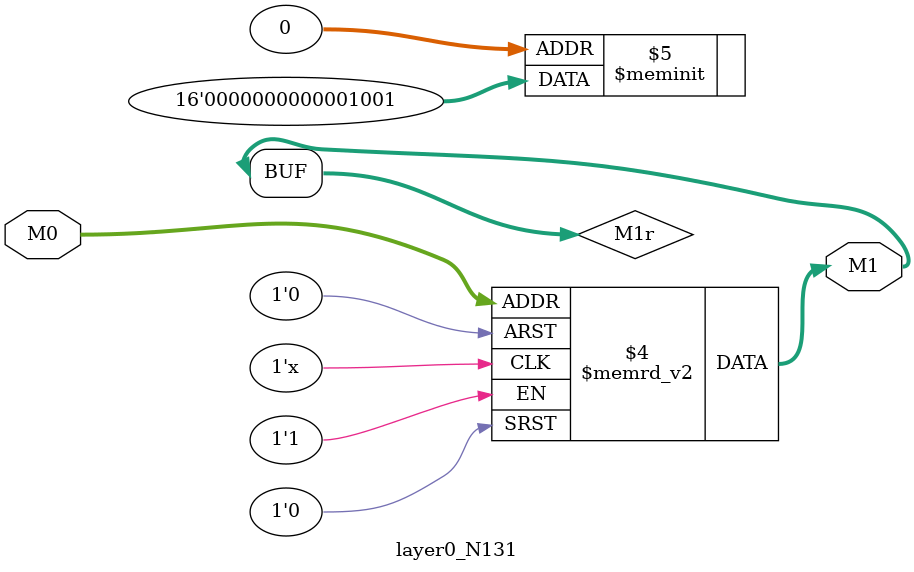
<source format=v>
module layer0_N131 ( input [2:0] M0, output [1:0] M1 );

	(*rom_style = "distributed" *) reg [1:0] M1r;
	assign M1 = M1r;
	always @ (M0) begin
		case (M0)
			3'b000: M1r = 2'b01;
			3'b100: M1r = 2'b00;
			3'b010: M1r = 2'b00;
			3'b110: M1r = 2'b00;
			3'b001: M1r = 2'b10;
			3'b101: M1r = 2'b00;
			3'b011: M1r = 2'b00;
			3'b111: M1r = 2'b00;

		endcase
	end
endmodule

</source>
